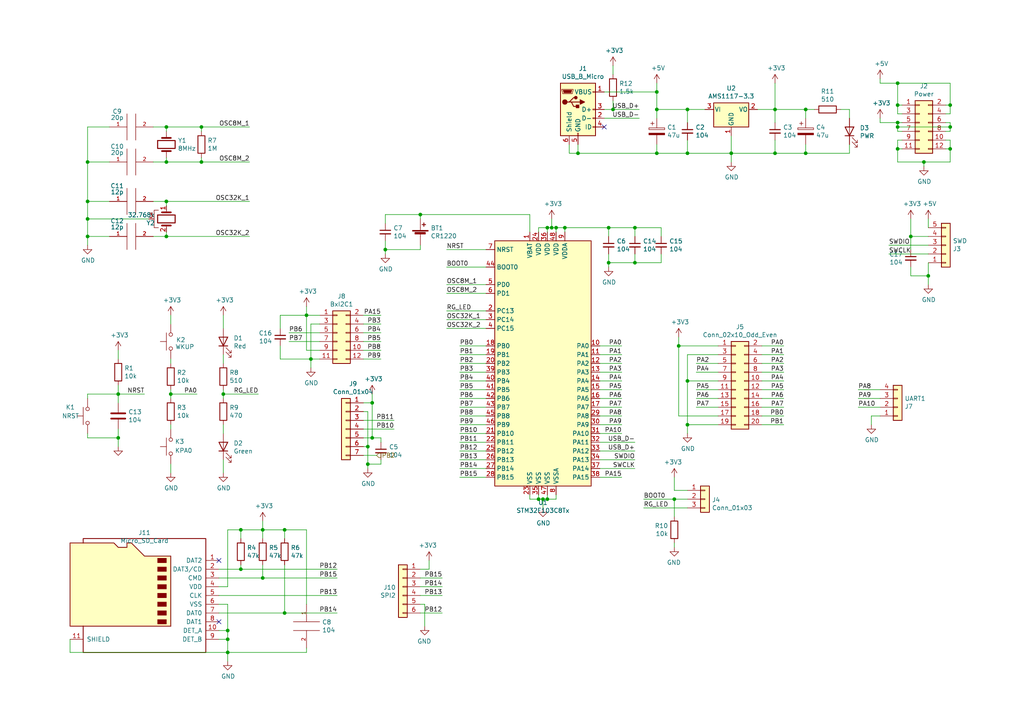
<source format=kicad_sch>
(kicad_sch (version 20211123) (generator eeschema)
  (paper "A4")
  (junction (at 260.35 36.83))
  (junction (at 190.5 26.67))
  (junction (at 66.04 189.23))
  (junction (at 267.97 46.99))
  (junction (at 264.16 68.58))
  (junction (at 190.5 31.75))
  (junction (at 48.26 68.58))
  (junction (at 224.79 44.45))
  (junction (at 69.85 153.67))
  (junction (at 58.42 36.83))
  (junction (at 269.24 80.01))
  (junction (at 260.35 35.56))
  (junction (at 69.85 165.1))
  (junction (at 275.59 36.83))
  (junction (at 184.15 66.04))
  (junction (at 199.39 44.45))
  (junction (at 76.2 153.67))
  (junction (at 111.76 72.39))
  (junction (at 34.29 114.3))
  (junction (at 184.15 76.2))
  (junction (at 48.26 58.42))
  (junction (at 64.77 114.3))
  (junction (at 167.64 44.45))
  (junction (at 233.68 44.45))
  (junction (at 58.42 46.99))
  (junction (at 176.53 76.2))
  (junction (at 34.29 127))
  (junction (at 106.68 134.62))
  (junction (at 233.68 31.75))
  (junction (at 106.68 129.54))
  (junction (at 163.83 66.04))
  (junction (at 25.4 58.42))
  (junction (at 76.2 167.64))
  (junction (at 195.58 144.78))
  (junction (at 25.4 68.58))
  (junction (at 156.21 144.78))
  (junction (at 90.17 104.14))
  (junction (at 176.53 66.04))
  (junction (at 275.59 43.18))
  (junction (at 196.85 100.33))
  (junction (at 275.59 30.48))
  (junction (at 158.75 66.04))
  (junction (at 49.53 114.3))
  (junction (at 25.4 46.99))
  (junction (at 199.39 31.75))
  (junction (at 66.04 185.42))
  (junction (at 160.02 66.04))
  (junction (at 177.8 31.75))
  (junction (at 66.04 182.88))
  (junction (at 260.35 43.18))
  (junction (at 212.09 44.45))
  (junction (at 48.26 36.83))
  (junction (at 190.5 44.45))
  (junction (at 48.26 46.99))
  (junction (at 224.79 31.75))
  (junction (at 158.75 144.78))
  (junction (at 82.55 153.67))
  (junction (at 25.4 63.5))
  (junction (at 199.39 123.19))
  (junction (at 157.48 144.78))
  (junction (at 199.39 110.49))
  (junction (at 107.95 127))
  (junction (at 107.95 116.84))
  (junction (at 161.29 66.04))
  (junction (at 260.35 24.13))
  (junction (at 88.9 91.44))
  (junction (at 121.92 62.23))
  (junction (at 82.55 177.8))
  (junction (at 260.35 30.48))
  (no_connect (at 63.5 180.34))
  (no_connect (at 63.5 162.56))
  (no_connect (at 175.26 36.83))
  (wire (pts (xy 63.5 167.64) (xy 76.2 167.64)))
  (wire (pts (xy 208.28 120.65) (xy 196.85 120.65)))
  (wire (pts (xy 160.02 63.5) (xy 160.02 66.04)))
  (wire (pts (xy 260.35 43.18) (xy 260.35 46.99)))
  (wire (pts (xy 25.4 63.5) (xy 25.4 68.58)))
  (wire (pts (xy 173.99 107.95) (xy 180.34 107.95)))
  (wire (pts (xy 49.53 114.3) (xy 49.53 115.57)))
  (wire (pts (xy 184.15 66.04) (xy 184.15 68.58)))
  (wire (pts (xy 191.77 66.04) (xy 191.77 68.58)))
  (wire (pts (xy 191.77 76.2) (xy 184.15 76.2)))
  (wire (pts (xy 173.99 135.89) (xy 184.15 135.89)))
  (wire (pts (xy 121.92 71.12) (xy 121.92 72.39)))
  (wire (pts (xy 58.42 45.72) (xy 58.42 46.99)))
  (wire (pts (xy 88.9 88.9) (xy 88.9 91.44)))
  (wire (pts (xy 275.59 36.83) (xy 275.59 38.1)))
  (wire (pts (xy 66.04 153.67) (xy 69.85 153.67)))
  (wire (pts (xy 275.59 33.02) (xy 275.59 30.48)))
  (wire (pts (xy 224.79 40.64) (xy 224.79 44.45)))
  (wire (pts (xy 90.17 104.14) (xy 92.71 104.14)))
  (wire (pts (xy 105.41 96.52) (xy 110.49 96.52)))
  (wire (pts (xy 260.35 33.02) (xy 260.35 30.48)))
  (wire (pts (xy 58.42 46.99) (xy 72.39 46.99)))
  (wire (pts (xy 44.45 58.42) (xy 48.26 58.42)))
  (wire (pts (xy 133.35 120.65) (xy 140.97 120.65)))
  (wire (pts (xy 158.75 143.51) (xy 158.75 144.78)))
  (wire (pts (xy 199.39 31.75) (xy 199.39 35.56)))
  (wire (pts (xy 173.99 100.33) (xy 180.34 100.33)))
  (wire (pts (xy 66.04 182.88) (xy 66.04 185.42)))
  (wire (pts (xy 157.48 144.78) (xy 158.75 144.78)))
  (wire (pts (xy 90.17 104.14) (xy 81.28 104.14)))
  (wire (pts (xy 110.49 133.35) (xy 110.49 134.62)))
  (wire (pts (xy 92.71 91.44) (xy 88.9 91.44)))
  (wire (pts (xy 63.5 165.1) (xy 69.85 165.1)))
  (wire (pts (xy 248.92 118.11) (xy 255.27 118.11)))
  (wire (pts (xy 173.99 113.03) (xy 180.34 113.03)))
  (wire (pts (xy 195.58 157.48) (xy 195.58 158.75)))
  (wire (pts (xy 248.92 115.57) (xy 255.27 115.57)))
  (wire (pts (xy 81.28 91.44) (xy 81.28 95.25)))
  (wire (pts (xy 160.02 66.04) (xy 161.29 66.04)))
  (wire (pts (xy 157.48 147.32) (xy 157.48 144.78)))
  (wire (pts (xy 90.17 106.68) (xy 90.17 104.14)))
  (wire (pts (xy 64.77 91.44) (xy 64.77 95.25)))
  (wire (pts (xy 25.4 114.3) (xy 34.29 114.3)))
  (wire (pts (xy 76.2 151.13) (xy 76.2 153.67)))
  (wire (pts (xy 176.53 66.04) (xy 176.53 68.58)))
  (wire (pts (xy 175.26 34.29) (xy 185.42 34.29)))
  (wire (pts (xy 260.35 38.1) (xy 261.62 38.1)))
  (wire (pts (xy 201.93 107.95) (xy 208.28 107.95)))
  (wire (pts (xy 199.39 102.87) (xy 199.39 110.49)))
  (wire (pts (xy 106.68 119.38) (xy 105.41 119.38)))
  (wire (pts (xy 255.27 35.56) (xy 260.35 35.56)))
  (wire (pts (xy 255.27 34.29) (xy 255.27 35.56)))
  (wire (pts (xy 167.64 41.91) (xy 167.64 44.45)))
  (wire (pts (xy 156.21 143.51) (xy 156.21 144.78)))
  (wire (pts (xy 63.5 182.88) (xy 66.04 182.88)))
  (wire (pts (xy 199.39 110.49) (xy 208.28 110.49)))
  (wire (pts (xy 133.35 133.35) (xy 140.97 133.35)))
  (wire (pts (xy 76.2 153.67) (xy 82.55 153.67)))
  (wire (pts (xy 25.4 127) (xy 34.29 127)))
  (wire (pts (xy 264.16 80.01) (xy 269.24 80.01)))
  (wire (pts (xy 111.76 72.39) (xy 111.76 73.66)))
  (wire (pts (xy 212.09 46.99) (xy 212.09 44.45)))
  (wire (pts (xy 260.35 36.83) (xy 260.35 38.1)))
  (wire (pts (xy 34.29 129.54) (xy 34.29 127)))
  (wire (pts (xy 196.85 120.65) (xy 196.85 100.33)))
  (wire (pts (xy 227.33 120.65) (xy 220.98 120.65)))
  (wire (pts (xy 63.5 172.72) (xy 97.79 172.72)))
  (wire (pts (xy 233.68 31.75) (xy 224.79 31.75)))
  (wire (pts (xy 20.32 185.42) (xy 20.32 189.23)))
  (wire (pts (xy 257.81 71.12) (xy 269.24 71.12)))
  (wire (pts (xy 176.53 77.47) (xy 176.53 76.2)))
  (wire (pts (xy 48.26 36.83) (xy 58.42 36.83)))
  (wire (pts (xy 133.35 110.49) (xy 140.97 110.49)))
  (wire (pts (xy 31.75 46.99) (xy 25.4 46.99)))
  (wire (pts (xy 124.46 165.1) (xy 121.92 165.1)))
  (wire (pts (xy 121.92 63.5) (xy 121.92 62.23)))
  (wire (pts (xy 158.75 66.04) (xy 160.02 66.04)))
  (wire (pts (xy 227.33 115.57) (xy 220.98 115.57)))
  (wire (pts (xy 165.1 44.45) (xy 167.64 44.45)))
  (wire (pts (xy 76.2 167.64) (xy 97.79 167.64)))
  (wire (pts (xy 153.67 62.23) (xy 153.67 67.31)))
  (wire (pts (xy 158.75 144.78) (xy 161.29 144.78)))
  (wire (pts (xy 260.35 36.83) (xy 275.59 36.83)))
  (wire (pts (xy 48.26 45.72) (xy 48.26 46.99)))
  (wire (pts (xy 66.04 175.26) (xy 66.04 182.88)))
  (wire (pts (xy 105.41 104.14) (xy 110.49 104.14)))
  (wire (pts (xy 121.92 72.39) (xy 111.76 72.39)))
  (wire (pts (xy 274.32 33.02) (xy 275.59 33.02)))
  (wire (pts (xy 121.92 177.8) (xy 128.27 177.8)))
  (wire (pts (xy 133.35 118.11) (xy 140.97 118.11)))
  (wire (pts (xy 110.49 134.62) (xy 106.68 134.62)))
  (wire (pts (xy 121.92 167.64) (xy 128.27 167.64)))
  (wire (pts (xy 49.53 114.3) (xy 57.15 114.3)))
  (wire (pts (xy 219.71 31.75) (xy 224.79 31.75)))
  (wire (pts (xy 227.33 105.41) (xy 220.98 105.41)))
  (wire (pts (xy 48.26 68.58) (xy 72.39 68.58)))
  (wire (pts (xy 184.15 66.04) (xy 191.77 66.04)))
  (wire (pts (xy 105.41 121.92) (xy 114.3 121.92)))
  (wire (pts (xy 82.55 153.67) (xy 82.55 156.21)))
  (wire (pts (xy 260.35 24.13) (xy 260.35 30.48)))
  (wire (pts (xy 199.39 123.19) (xy 199.39 125.73)))
  (wire (pts (xy 264.16 72.39) (xy 264.16 68.58)))
  (wire (pts (xy 212.09 39.37) (xy 212.09 44.45)))
  (wire (pts (xy 177.8 29.21) (xy 177.8 31.75)))
  (wire (pts (xy 246.38 31.75) (xy 246.38 34.29)))
  (wire (pts (xy 267.97 48.26) (xy 267.97 46.99)))
  (wire (pts (xy 133.35 138.43) (xy 140.97 138.43)))
  (wire (pts (xy 161.29 66.04) (xy 163.83 66.04)))
  (wire (pts (xy 92.71 101.6) (xy 88.9 101.6)))
  (wire (pts (xy 167.64 44.45) (xy 190.5 44.45)))
  (wire (pts (xy 133.35 105.41) (xy 140.97 105.41)))
  (wire (pts (xy 64.77 113.03) (xy 64.77 114.3)))
  (wire (pts (xy 165.1 41.91) (xy 165.1 44.45)))
  (wire (pts (xy 208.28 102.87) (xy 199.39 102.87)))
  (wire (pts (xy 48.26 58.42) (xy 72.39 58.42)))
  (wire (pts (xy 76.2 156.21) (xy 76.2 153.67)))
  (wire (pts (xy 190.5 26.67) (xy 190.5 31.75)))
  (wire (pts (xy 34.29 101.6) (xy 34.29 104.14)))
  (wire (pts (xy 260.35 35.56) (xy 260.35 36.83)))
  (wire (pts (xy 129.54 92.71) (xy 140.97 92.71)))
  (wire (pts (xy 20.32 189.23) (xy 66.04 189.23)))
  (wire (pts (xy 264.16 77.47) (xy 264.16 80.01)))
  (wire (pts (xy 186.69 147.32) (xy 199.39 147.32)))
  (wire (pts (xy 227.33 102.87) (xy 220.98 102.87)))
  (wire (pts (xy 199.39 44.45) (xy 212.09 44.45)))
  (wire (pts (xy 69.85 156.21) (xy 69.85 153.67)))
  (wire (pts (xy 25.4 36.83) (xy 25.4 46.99)))
  (wire (pts (xy 121.92 62.23) (xy 153.67 62.23)))
  (wire (pts (xy 133.35 128.27) (xy 140.97 128.27)))
  (wire (pts (xy 274.32 35.56) (xy 275.59 35.56)))
  (wire (pts (xy 49.53 123.19) (xy 49.53 124.46)))
  (wire (pts (xy 227.33 118.11) (xy 220.98 118.11)))
  (wire (pts (xy 76.2 163.83) (xy 76.2 167.64)))
  (wire (pts (xy 63.5 170.18) (xy 66.04 170.18)))
  (wire (pts (xy 133.35 100.33) (xy 140.97 100.33)))
  (wire (pts (xy 64.77 102.87) (xy 64.77 105.41)))
  (wire (pts (xy 43.18 63.5) (xy 25.4 63.5)))
  (wire (pts (xy 110.49 128.27) (xy 110.49 127)))
  (wire (pts (xy 111.76 62.23) (xy 121.92 62.23)))
  (wire (pts (xy 88.9 101.6) (xy 88.9 91.44)))
  (wire (pts (xy 88.9 91.44) (xy 81.28 91.44)))
  (wire (pts (xy 34.29 116.84) (xy 34.29 114.3)))
  (wire (pts (xy 190.5 31.75) (xy 199.39 31.75)))
  (wire (pts (xy 227.33 123.19) (xy 220.98 123.19)))
  (wire (pts (xy 105.41 127) (xy 107.95 127)))
  (wire (pts (xy 274.32 38.1) (xy 275.59 38.1)))
  (wire (pts (xy 227.33 110.49) (xy 220.98 110.49)))
  (wire (pts (xy 269.24 76.2) (xy 269.24 80.01)))
  (wire (pts (xy 201.93 115.57) (xy 208.28 115.57)))
  (wire (pts (xy 224.79 44.45) (xy 233.68 44.45)))
  (wire (pts (xy 129.54 85.09) (xy 140.97 85.09)))
  (wire (pts (xy 246.38 41.91) (xy 246.38 44.45)))
  (wire (pts (xy 81.28 100.33) (xy 81.28 104.14)))
  (wire (pts (xy 243.84 31.75) (xy 246.38 31.75)))
  (wire (pts (xy 66.04 189.23) (xy 88.9 189.23)))
  (wire (pts (xy 275.59 43.18) (xy 275.59 40.64)))
  (wire (pts (xy 44.45 68.58) (xy 48.26 68.58)))
  (wire (pts (xy 105.41 129.54) (xy 106.68 129.54)))
  (wire (pts (xy 261.62 35.56) (xy 260.35 35.56)))
  (wire (pts (xy 208.28 105.41) (xy 201.93 105.41)))
  (wire (pts (xy 133.35 130.81) (xy 140.97 130.81)))
  (wire (pts (xy 175.26 26.67) (xy 190.5 26.67)))
  (wire (pts (xy 261.62 40.64) (xy 260.35 40.64)))
  (wire (pts (xy 153.67 143.51) (xy 153.67 144.78)))
  (wire (pts (xy 133.35 115.57) (xy 140.97 115.57)))
  (wire (pts (xy 63.5 177.8) (xy 82.55 177.8)))
  (wire (pts (xy 173.99 130.81) (xy 184.15 130.81)))
  (wire (pts (xy 69.85 153.67) (xy 76.2 153.67)))
  (wire (pts (xy 173.99 128.27) (xy 184.15 128.27)))
  (wire (pts (xy 48.26 68.58) (xy 48.26 67.31)))
  (wire (pts (xy 49.53 91.44) (xy 49.53 93.98)))
  (wire (pts (xy 106.68 129.54) (xy 106.68 134.62)))
  (wire (pts (xy 63.5 185.42) (xy 66.04 185.42)))
  (wire (pts (xy 173.99 118.11) (xy 180.34 118.11)))
  (wire (pts (xy 48.26 58.42) (xy 48.26 59.69)))
  (wire (pts (xy 190.5 44.45) (xy 199.39 44.45)))
  (wire (pts (xy 110.49 127) (xy 107.95 127)))
  (wire (pts (xy 105.41 91.44) (xy 110.49 91.44)))
  (wire (pts (xy 88.9 189.23) (xy 88.9 187.96)))
  (wire (pts (xy 156.21 144.78) (xy 157.48 144.78)))
  (wire (pts (xy 275.59 35.56) (xy 275.59 36.83)))
  (wire (pts (xy 44.45 46.99) (xy 48.26 46.99)))
  (wire (pts (xy 105.41 124.46) (xy 114.3 124.46)))
  (wire (pts (xy 90.17 93.98) (xy 92.71 93.98)))
  (wire (pts (xy 176.53 66.04) (xy 184.15 66.04)))
  (wire (pts (xy 260.35 46.99) (xy 267.97 46.99)))
  (wire (pts (xy 233.68 31.75) (xy 233.68 34.29)))
  (wire (pts (xy 208.28 123.19) (xy 199.39 123.19)))
  (wire (pts (xy 195.58 144.78) (xy 195.58 149.86)))
  (wire (pts (xy 107.95 116.84) (xy 107.95 127)))
  (wire (pts (xy 133.35 123.19) (xy 140.97 123.19)))
  (wire (pts (xy 173.99 123.19) (xy 180.34 123.19)))
  (wire (pts (xy 25.4 125.73) (xy 25.4 127)))
  (wire (pts (xy 248.92 113.03) (xy 255.27 113.03)))
  (wire (pts (xy 49.53 134.62) (xy 49.53 137.16)))
  (wire (pts (xy 69.85 163.83) (xy 69.85 165.1)))
  (wire (pts (xy 261.62 43.18) (xy 260.35 43.18)))
  (wire (pts (xy 173.99 102.87) (xy 180.34 102.87)))
  (wire (pts (xy 236.22 31.75) (xy 233.68 31.75)))
  (wire (pts (xy 66.04 170.18) (xy 66.04 153.67)))
  (wire (pts (xy 199.39 144.78) (xy 195.58 144.78)))
  (wire (pts (xy 83.82 96.52) (xy 92.71 96.52)))
  (wire (pts (xy 269.24 63.5) (xy 269.24 66.04)))
  (wire (pts (xy 49.53 104.14) (xy 49.53 105.41)))
  (wire (pts (xy 208.28 100.33) (xy 196.85 100.33)))
  (wire (pts (xy 121.92 175.26) (xy 123.19 175.26)))
  (wire (pts (xy 177.8 31.75) (xy 185.42 31.75)))
  (wire (pts (xy 105.41 101.6) (xy 110.49 101.6)))
  (wire (pts (xy 275.59 30.48) (xy 275.59 24.13)))
  (wire (pts (xy 34.29 127) (xy 34.29 124.46)))
  (wire (pts (xy 105.41 99.06) (xy 110.49 99.06)))
  (wire (pts (xy 173.99 125.73) (xy 180.34 125.73)))
  (wire (pts (xy 175.26 31.75) (xy 177.8 31.75)))
  (wire (pts (xy 105.41 132.08) (xy 109.22 132.08)))
  (wire (pts (xy 252.73 120.65) (xy 255.27 120.65)))
  (wire (pts (xy 158.75 66.04) (xy 158.75 67.31)))
  (wire (pts (xy 156.21 67.31) (xy 156.21 66.04)))
  (wire (pts (xy 58.42 38.1) (xy 58.42 36.83)))
  (wire (pts (xy 260.35 30.48) (xy 261.62 30.48)))
  (wire (pts (xy 173.99 120.65) (xy 180.34 120.65)))
  (wire (pts (xy 111.76 69.85) (xy 111.76 72.39)))
  (wire (pts (xy 233.68 44.45) (xy 233.68 41.91)))
  (wire (pts (xy 107.95 116.84) (xy 105.41 116.84)))
  (wire (pts (xy 105.41 93.98) (xy 110.49 93.98)))
  (wire (pts (xy 58.42 36.83) (xy 72.39 36.83)))
  (wire (pts (xy 64.77 123.19) (xy 64.77 125.73)))
  (wire (pts (xy 173.99 133.35) (xy 184.15 133.35)))
  (wire (pts (xy 173.99 115.57) (xy 180.34 115.57)))
  (wire (pts (xy 34.29 111.76) (xy 34.29 114.3)))
  (wire (pts (xy 264.16 68.58) (xy 269.24 68.58)))
  (wire (pts (xy 66.04 189.23) (xy 66.04 191.77)))
  (wire (pts (xy 153.67 144.78) (xy 156.21 144.78)))
  (wire (pts (xy 25.4 115.57) (xy 25.4 114.3)))
  (wire (pts (xy 63.5 175.26) (xy 66.04 175.26)))
  (wire (pts (xy 64.77 133.35) (xy 64.77 137.16)))
  (wire (pts (xy 82.55 153.67) (xy 88.9 153.67)))
  (wire (pts (xy 106.68 119.38) (xy 106.68 129.54)))
  (wire (pts (xy 69.85 165.1) (xy 97.79 165.1)))
  (wire (pts (xy 66.04 185.42) (xy 66.04 189.23)))
  (wire (pts (xy 129.54 90.17) (xy 140.97 90.17)))
  (wire (pts (xy 111.76 64.77) (xy 111.76 62.23)))
  (wire (pts (xy 133.35 102.87) (xy 140.97 102.87)))
  (wire (pts (xy 264.16 63.5) (xy 264.16 68.58)))
  (wire (pts (xy 190.5 41.91) (xy 190.5 44.45)))
  (wire (pts (xy 275.59 46.99) (xy 275.59 43.18)))
  (wire (pts (xy 255.27 22.86) (xy 255.27 24.13)))
  (wire (pts (xy 195.58 138.43) (xy 195.58 142.24)))
  (wire (pts (xy 252.73 120.65) (xy 252.73 123.19)))
  (wire (pts (xy 31.75 68.58) (xy 25.4 68.58)))
  (wire (pts (xy 25.4 68.58) (xy 25.4 71.12)))
  (wire (pts (xy 129.54 77.47) (xy 140.97 77.47)))
  (wire (pts (xy 199.39 40.64) (xy 199.39 44.45)))
  (wire (pts (xy 133.35 107.95) (xy 140.97 107.95)))
  (wire (pts (xy 196.85 97.79) (xy 196.85 100.33)))
  (wire (pts (xy 227.33 100.33) (xy 220.98 100.33)))
  (wire (pts (xy 156.21 66.04) (xy 158.75 66.04)))
  (wire (pts (xy 269.24 80.01) (xy 269.24 82.55)))
  (wire (pts (xy 176.53 66.04) (xy 163.83 66.04)))
  (wire (pts (xy 257.81 73.66) (xy 269.24 73.66)))
  (wire (pts (xy 274.32 43.18) (xy 275.59 43.18)))
  (wire (pts (xy 227.33 113.03) (xy 220.98 113.03)))
  (wire (pts (xy 260.35 40.64) (xy 260.35 43.18)))
  (wire (pts (xy 195.58 144.78) (xy 186.69 144.78)))
  (wire (pts (xy 161.29 66.04) (xy 161.29 67.31)))
  (wire (pts (xy 49.53 113.03) (xy 49.53 114.3)))
  (wire (pts (xy 44.45 36.83) (xy 48.26 36.83)))
  (wire (pts (xy 90.17 93.98) (xy 90.17 104.14)))
  (wire (pts (xy 48.26 38.1) (xy 48.26 36.83)))
  (wire (pts (xy 199.39 31.75) (xy 204.47 31.75)))
  (wire (pts (xy 31.75 36.83) (xy 25.4 36.83)))
  (wire (pts (xy 25.4 46.99) (xy 25.4 58.42)))
  (wire (pts (xy 129.54 82.55) (xy 140.97 82.55)))
  (wire (pts (xy 82.55 177.8) (xy 97.79 177.8)))
  (wire (pts (xy 161.29 144.78) (xy 161.29 143.51)))
  (wire (pts (xy 121.92 170.18) (xy 128.27 170.18)))
  (wire (pts (xy 173.99 110.49) (xy 180.34 110.49)))
  (wire (pts (xy 121.92 172.72) (xy 128.27 172.72)))
  (wire (pts (xy 163.83 66.04) (xy 163.83 67.31)))
  (wire (pts (xy 173.99 138.43) (xy 180.34 138.43)))
  (wire (pts (xy 133.35 125.73) (xy 140.97 125.73)))
  (wire (pts (xy 190.5 24.13) (xy 190.5 26.67)))
  (wire (pts (xy 25.4 58.42) (xy 25.4 63.5)))
  (wire (pts (xy 212.09 44.45) (xy 224.79 44.45)))
  (wire (pts (xy 88.9 153.67) (xy 88.9 175.26)))
  (wire (pts (xy 184.15 73.66) (xy 184.15 76.2)))
  (wire (pts (xy 123.19 175.26) (xy 123.19 181.61)))
  (wire (pts (xy 227.33 107.95) (xy 220.98 107.95)))
  (wire (pts (xy 177.8 19.05) (xy 177.8 21.59)))
  (wire (pts (xy 133.35 135.89) (xy 140.97 135.89)))
  (wire (pts (xy 176.53 73.66) (xy 176.53 76.2)))
  (wire (pts (xy 275.59 40.64) (xy 274.32 40.64)))
  (wire (pts (xy 106.68 134.62) (xy 106.68 135.89)))
  (wire (pts (xy 173.99 105.41) (xy 180.34 105.41)))
  (wire (pts (xy 267.97 46.99) (xy 275.59 46.99)))
  (wire (pts (xy 201.93 118.11) (xy 208.28 118.11)))
  (wire (pts (xy 133.35 113.03) (xy 140.97 113.03)))
  (wire (pts (xy 190.5 34.29) (xy 190.5 31.75)))
  (wire (pts (xy 184.15 76.2) (xy 176.53 76.2)))
  (wire (pts (xy 201.93 113.03) (xy 208.28 113.03)))
  (wire (pts (xy 261.62 33.02) (xy 260.35 33.02)))
  (wire (pts (xy 34.29 114.3) (xy 41.91 114.3)))
  (wire (pts (xy 275.59 24.13) (xy 260.35 24.13)))
  (wire (pts (xy 64.77 114.3) (xy 74.93 114.3)))
  (wire (pts (xy 124.46 162.56) (xy 124.46 165.1)))
  (wire (pts (xy 48.26 46.99) (xy 58.42 46.99)))
  (wire (pts (xy 199.39 110.49) (xy 199.39 123.19)))
  (wire (pts (xy 64.77 114.3) (xy 64.77 115.57)))
  (wire (pts (xy 224.79 24.13) (xy 224.79 31.75)))
  (wire (pts (xy 31.75 58.42) (xy 25.4 58.42)))
  (wire (pts (xy 199.39 142.24) (xy 195.58 142.24)))
  (wire (pts (xy 82.55 163.83) (xy 82.55 177.8)))
  (wire (pts (xy 246.38 44.45) (xy 233.68 44.45)))
  (wire (pts (xy 129.54 95.25) (xy 140.97 95.25)))
  (wire (pts (xy 83.82 99.06) (xy 92.71 99.06)))
  (wire (pts (xy 274.32 30.48) (xy 275.59 30.48)))
  (wire (pts (xy 107.95 114.3) (xy 107.95 116.84)))
  (wire (pts (xy 224.79 31.75) (xy 224.79 35.56)))
  (wire (pts (xy 129.54 72.39) (xy 140.97 72.39)))
  (wire (pts (xy 191.77 73.66) (xy 191.77 76.2)))
  (wire (pts (xy 255.27 24.13) (xy 260.35 24.13)))
  (label "RG_LED" (at 186.69 147.32 0))
  (label "USB_D+" (at 185.42 31.75 180))
  (label "PA5" (at 180.34 113.03 180))
  (label "PB8" (at 133.35 120.65 0))
  (label "PA15" (at 110.49 91.44 180))
  (label "PA9" (at 180.34 123.19 180))
  (label "PA0" (at 180.34 100.33 180))
  (label "PA2" (at 201.93 105.41 0))
  (label "PB0" (at 133.35 100.33 0))
  (label "PA6" (at 227.33 115.57 180))
  (label "PB14" (at 128.27 170.18 180))
  (label "PA7" (at 201.93 118.11 0))
  (label "BOOT0" (at 129.54 77.47 0))
  (label "OSC8M_2" (at 72.39 46.99 180))
  (label "PA2" (at 227.33 105.41 180))
  (label "PA2" (at 180.34 105.41 180))
  (label "OSC32K_1" (at 72.39 58.42 180))
  (label "PB14" (at 133.35 135.89 0))
  (label "PB12" (at 97.79 165.1 180))
  (label "PA3" (at 227.33 107.95 180))
  (label "PB10" (at 133.35 125.73 0))
  (label "OSC8M_1" (at 72.39 36.83 180))
  (label "SWDIO" (at 257.81 71.12 0))
  (label "PA0" (at 227.33 100.33 180))
  (label "PB11" (at 114.3 121.92 180))
  (label "PB1" (at 227.33 123.19 180))
  (label "PB12" (at 128.27 177.8 180))
  (label "NRST" (at 129.54 72.39 0))
  (label "PA7" (at 227.33 118.11 180))
  (label "PB0" (at 227.33 120.65 180))
  (label "PB15" (at 133.35 138.43 0))
  (label "NRST" (at 41.91 114.3 180))
  (label "PB14" (at 97.79 177.8 180))
  (label "PB4" (at 133.35 110.49 0))
  (label "PB11" (at 133.35 128.27 0))
  (label "PA8" (at 248.92 113.03 0))
  (label "PA8" (at 180.34 120.65 180))
  (label "PB5" (at 110.49 99.06 180))
  (label "PA9" (at 248.92 115.57 0))
  (label "PA5" (at 227.33 113.03 180))
  (label "PA4" (at 201.93 107.95 0))
  (label "PB1" (at 133.35 102.87 0))
  (label "PB10" (at 114.3 124.46 180))
  (label "USB_D-" (at 184.15 128.27 180))
  (label "SWCLK" (at 184.15 135.89 180))
  (label "PA4" (at 227.33 110.49 180))
  (label "PB2" (at 133.35 105.41 0))
  (label "PB5" (at 133.35 113.03 0))
  (label "PB13" (at 97.79 172.72 180))
  (label "PB13" (at 133.35 133.35 0))
  (label "OSC8M_2" (at 129.54 85.09 0))
  (label "SWCLK" (at 257.81 73.66 0))
  (label "PB3" (at 110.49 93.98 180))
  (label "PA1" (at 227.33 102.87 180))
  (label "PB15" (at 97.79 167.64 180))
  (label "USB_D+" (at 184.15 130.81 180))
  (label "PA15" (at 180.34 138.43 180))
  (label "PA10" (at 248.92 118.11 0))
  (label "PB13" (at 128.27 172.72 180))
  (label "OSC32K_1" (at 129.54 92.71 0))
  (label "RG_LED" (at 129.54 90.17 0))
  (label "RG_LED" (at 74.93 114.3 180))
  (label "BOOT0" (at 186.69 144.78 0))
  (label "PB15" (at 128.27 167.64 180))
  (label "PB9" (at 110.49 104.14 180))
  (label "PB7" (at 83.82 99.06 0))
  (label "PB9" (at 133.35 123.19 0))
  (label "PA7" (at 180.34 118.11 180))
  (label "USB_D-" (at 185.42 34.29 180))
  (label "PA3" (at 180.34 107.95 180))
  (label "PA0" (at 57.15 114.3 180))
  (label "OSC32K_2" (at 129.54 95.25 0))
  (label "PA4" (at 180.34 110.49 180))
  (label "PB6" (at 83.82 96.52 0))
  (label "PB8" (at 110.49 101.6 180))
  (label "PA1" (at 180.34 102.87 180))
  (label "PA6" (at 180.34 115.57 180))
  (label "PA10" (at 180.34 125.73 180))
  (label "SWDIO" (at 184.15 133.35 180))
  (label "OSC32K_2" (at 72.39 68.58 180))
  (label "PB3" (at 133.35 107.95 0))
  (label "PB12" (at 133.35 130.81 0))
  (label "OSC8M_1" (at 129.54 82.55 0))
  (label "PB6" (at 133.35 115.57 0))
  (label "PB7" (at 133.35 118.11 0))
  (label "PA6" (at 201.93 115.57 0))
  (label "PA5" (at 201.93 113.03 0))
  (label "PB4" (at 110.49 96.52 180))
  (hierarchical_label "PB2" (shape input) (at 109.22 132.08 0))
  (symbol (lib_id "MCU_ST_STM32F1:STM32F103C8Tx") (at 158.75 105.41 0) (unit 1)
    (property "Reference" "U1" (at 157.48 145.7706 0))
    (property "Value" "STM32F103C8Tx" (at 157.48 148.082 0))
    (property "Footprint" "Package_QFP:LQFP-48_7x7mm_P0.5mm" (effects hide))
    (property "Datasheet" "http://www.st.com/st-web-ui/static/active/en/resource/technical/document/datasheet/CD00161566.pdf" (effects hide))
  )
  (symbol (lib_id "Device:C") (at 34.29 120.65 0) (unit 1)
    (property "Reference" "C13" (at 37.211 119.4816 0) (effects (justify left)))
    (property "Value" "104" (at 37.211 121.793 0) (effects (justify left)))
    (property "Footprint" "Capacitor_SMD:C_0603_1608Metric" (effects hide))
  )
  (symbol (lib_id "Device:R") (at 34.29 107.95 0) (unit 1)
    (property "Reference" "R1" (at 36.068 106.7816 0) (effects (justify left)))
    (property "Value" "10k" (at 36.068 109.093 0) (effects (justify left)))
    (property "Footprint" "Resistor_SMD:R_0603_1608Metric" (effects hide))
  )
  (symbol (lib_id "power:GND") (at 34.29 129.54 0) (unit 1)
    (property "Reference" "#PWR0102" (effects hide))
    (property "Value" "GND" (effects hide))
  )
  (symbol (lib_id "Switch:SW_Push") (at 49.53 129.54 90) (unit 1)
    (property "Reference" "K3" (at 50.7492 128.0668 90) (effects (justify right)))
    (property "Value" "KPA0" (at 50.7492 130.683 90) (effects (justify right)))
    (property "Footprint" "Button_Switch_SMD:SW_Push_SPST_NO_Alps_SKRK" (effects hide))
  )
  (symbol (lib_id "Switch:SW_Push") (at 49.53 99.06 90) (unit 1)
    (property "Reference" "K2" (at 51.0794 98.5774 90) (effects (justify right)))
    (property "Value" "WKUP" (at 53.594 100.584 90))
    (property "Footprint" "Button_Switch_SMD:SW_Push_SPST_NO_Alps_SKRK" (effects hide))
  )
  (symbol (lib_id "Device:R") (at 49.53 109.22 0) (unit 1)
    (property "Reference" "R2" (at 51.308 108.0516 0) (effects (justify left)))
    (property "Value" "10k" (at 51.308 110.363 0) (effects (justify left)))
    (property "Footprint" "Resistor_SMD:R_0603_1608Metric" (effects hide))
  )
  (symbol (lib_id "Device:R") (at 49.53 119.38 0) (unit 1)
    (property "Reference" "R3" (at 51.308 118.2116 0) (effects (justify left)))
    (property "Value" "10k" (at 51.308 120.523 0) (effects (justify left)))
    (property "Footprint" "Resistor_SMD:R_0603_1608Metric" (effects hide))
  )
  (symbol (lib_id "power:GND") (at 49.53 137.16 0) (unit 1)
    (property "Reference" "#PWR0103" (effects hide))
    (property "Value" "GND" (at 49.657 141.5542 0))
  )
  (symbol (lib_id "Switch:SW_Push") (at 25.4 120.65 90) (unit 1)
    (property "Reference" "K1" (at 19.05 118.11 90) (effects (justify right)))
    (property "Value" "NRST" (at 20.4724 120.65 90))
    (property "Footprint" "Button_Switch_SMD:SW_Push_SPST_NO_Alps_SKRK" (effects hide))
  )
  (symbol (lib_id "Device:Crystal_GND3") (at 48.26 63.5 270) (unit 1)
    (property "Reference" "Y2" (at 44.9326 64.6684 90) (effects (justify right)))
    (property "Value" "32.768k" (at 44.9326 62.357 90) (effects (justify right)))
    (property "Footprint" "Crystal:Crystal_DS26_D2.0mm_L6.0mm_Horizontal_1EP_style1" (effects hide))
  )
  (symbol (lib_id "Device:Crystal") (at 48.26 41.91 90) (unit 1)
    (property "Reference" "Y1" (at 51.5874 40.7416 90) (effects (justify right)))
    (property "Value" "8MHz" (at 51.5874 43.053 90) (effects (justify right)))
    (property "Footprint" "Crystal:Crystal_SMD_HC49-SD" (effects hide))
  )
  (symbol (lib_id "pspice:CAP") (at 38.1 36.83 90) (unit 1)
    (property "Reference" "C9" (at 33.9852 31.5976 90) (effects (justify bottom)))
    (property "Value" "20p" (at 33.9852 34.1122 90))
    (property "Footprint" "Capacitor_SMD:C_0603_1608Metric" (effects hide))
  )
  (symbol (lib_id "power:GND") (at 25.4 71.12 0) (unit 1)
    (property "Reference" "#PWR0105" (effects hide))
    (property "Value" "GND" (at 25.527 75.5142 0))
  )
  (symbol (lib_id "Device:R") (at 58.42 41.91 0) (unit 1)
    (property "Reference" "R7" (at 60.198 40.7416 0) (effects (justify left)))
    (property "Value" "1M" (at 60.198 43.053 0) (effects (justify left)))
    (property "Footprint" "Resistor_SMD:R_0603_1608Metric" (effects hide))
  )
  (symbol (lib_id "pspice:CAP") (at 38.1 46.99 90) (unit 1)
    (property "Reference" "C10" (at 33.9852 41.7576 90) (effects (justify bottom)))
    (property "Value" "20p" (at 33.9852 44.2722 90))
    (property "Footprint" "Capacitor_SMD:C_0603_1608Metric" (effects hide))
  )
  (symbol (lib_id "pspice:CAP") (at 38.1 58.42 90) (unit 1)
    (property "Reference" "C11" (at 33.9852 53.1876 90) (effects (justify bottom)))
    (property "Value" "12p" (at 33.9852 55.7022 90))
    (property "Footprint" "Capacitor_SMD:C_0603_1608Metric" (effects hide))
  )
  (symbol (lib_id "pspice:CAP") (at 38.1 68.58 90) (unit 1)
    (property "Reference" "C12" (at 33.9852 63.3476 90) (effects (justify bottom)))
    (property "Value" "12p" (at 33.9852 65.8622 90))
    (property "Footprint" "Capacitor_SMD:C_0603_1608Metric" (effects hide))
  )
  (symbol (lib_id "Regulator_Linear:AMS1117-3.3") (at 212.09 31.75 0) (unit 1)
    (property "Reference" "U2" (at 212.09 25.6032 0))
    (property "Value" "AMS1117-3.3" (at 212.09 27.9146 0))
    (property "Footprint" "Package_TO_SOT_SMD:SOT-223-3_TabPin2" (effects hide))
    (property "Datasheet" "http://www.advanced-monolithic.com/pdf/ds1117.pdf" (effects hide))
  )
  (symbol (lib_id "Connector:Micro_SD_Card_Det") (at 40.64 172.72 0) (mirror y) (unit 1)
    (property "Reference" "J11" (at 41.91 154.5082 0))
    (property "Value" "Micro_SD_Card" (at 41.91 156.8196 0))
    (property "Footprint" "Connector_Card:microSD_HC_Hirose_DM3BT-DSF-PEJS" (effects hide))
    (property "Datasheet" "http://katalog.we-online.de/em/datasheet/693072010801.pdf" (effects hide))
  )
  (symbol (lib_id "Device:C_Small") (at 111.76 67.31 0) (unit 1)
    (property "Reference" "C7" (at 114.0968 66.1416 0) (effects (justify left)))
    (property "Value" "104" (at 114.0968 68.453 0) (effects (justify left)))
    (property "Footprint" "Capacitor_SMD:C_0603_1608Metric" (effects hide))
  )
  (symbol (lib_id "power:+3V3") (at 196.85 97.79 0) (unit 1)
    (property "Reference" "#PWR0134" (effects hide))
    (property "Value" "+3V3" (at 197.231 93.3958 0))
  )
  (symbol (lib_id "Device:R") (at 69.85 160.02 0) (unit 1)
    (property "Reference" "R4" (at 71.628 158.8516 0) (effects (justify left)))
    (property "Value" "47k" (at 71.628 161.163 0) (effects (justify left)))
    (property "Footprint" "Resistor_SMD:R_0603_1608Metric" (effects hide))
  )
  (symbol (lib_id "Device:R") (at 76.2 160.02 0) (unit 1)
    (property "Reference" "R5" (at 77.978 158.8516 0) (effects (justify left)))
    (property "Value" "47k" (at 77.978 161.163 0) (effects (justify left)))
    (property "Footprint" "Resistor_SMD:R_0603_1608Metric" (effects hide))
  )
  (symbol (lib_id "Device:R") (at 82.55 160.02 0) (unit 1)
    (property "Reference" "R6" (at 84.328 158.8516 0) (effects (justify left)))
    (property "Value" "47k" (at 84.328 161.163 0) (effects (justify left)))
    (property "Footprint" "Resistor_SMD:R_0603_1608Metric" (effects hide))
  )
  (symbol (lib_id "power:+3V3") (at 76.2 151.13 0) (unit 1)
    (property "Reference" "#PWR0106" (effects hide))
    (property "Value" "+3V3" (at 76.581 146.7358 0))
  )
  (symbol (lib_id "power:GND") (at 66.04 191.77 0) (unit 1)
    (property "Reference" "#PWR0107" (effects hide))
    (property "Value" "GND" (at 66.167 196.1642 0))
  )
  (symbol (lib_id "1-rescue:+3.3V-power") (at 195.58 138.43 0) (mirror y) (unit 1)
    (property "Reference" "#PWR0119" (effects hide))
    (property "Value" "+3.3V" (at 195.199 134.0358 0))
  )
  (symbol (lib_id "Device:C_Small") (at 110.49 130.81 0) (unit 1)
    (property "Reference" "C5" (at 112.8268 129.6416 0) (effects (justify left)))
    (property "Value" "104" (at 112.8268 131.953 0) (effects (justify left)))
    (property "Footprint" "Capacitor_SMD:C_0603_1608Metric" (effects hide))
  )
  (symbol (lib_id "pspice:C") (at 88.9 181.61 0) (unit 1)
    (property "Reference" "C8" (at 93.4212 180.4416 0) (effects (justify left)))
    (property "Value" "104" (at 93.4212 182.753 0) (effects (justify left)))
    (property "Footprint" "Capacitor_SMD:C_0603_1608Metric" (effects hide))
  )
  (symbol (lib_id "power:GND") (at 199.39 125.73 0) (unit 1)
    (property "Reference" "#PWR0121" (effects hide))
    (property "Value" "GND" (at 199.517 130.1242 0))
  )
  (symbol (lib_id "Device:C_Small") (at 176.53 71.12 0) (unit 1)
    (property "Reference" "C6" (at 178.8668 69.9516 0) (effects (justify left)))
    (property "Value" "104" (at 178.8668 72.263 0) (effects (justify left)))
    (property "Footprint" "Capacitor_SMD:C_0603_1608Metric" (effects hide))
  )
  (symbol (lib_id "Device:LED") (at 246.38 38.1 90) (unit 1)
    (property "Reference" "D3" (at 249.3772 37.1094 90) (effects (justify right)))
    (property "Value" "PWR" (at 249.3772 39.4208 90) (effects (justify right)))
    (property "Footprint" "LED_SMD:LED_0603_1608Metric" (effects hide))
  )
  (symbol (lib_id "Device:LED") (at 64.77 99.06 90) (unit 1)
    (property "Reference" "D1" (at 67.7418 98.0694 90) (effects (justify right)))
    (property "Value" "Red" (at 67.7418 100.3808 90) (effects (justify right)))
    (property "Footprint" "LED_SMD:LED_0603_1608Metric" (effects hide))
  )
  (symbol (lib_id "Device:LED") (at 64.77 129.54 90) (unit 1)
    (property "Reference" "D2" (at 67.7418 128.5494 90) (effects (justify right)))
    (property "Value" "Green" (at 67.7418 130.8608 90) (effects (justify right)))
    (property "Footprint" "LED_SMD:LED_0603_1608Metric" (effects hide))
  )
  (symbol (lib_id "power:GND") (at 176.53 77.47 0) (unit 1)
    (property "Reference" "#PWR0133" (effects hide))
    (property "Value" "GND" (at 176.657 81.8642 0))
  )
  (symbol (lib_id "power:+3V3") (at 49.53 91.44 0) (unit 1)
    (property "Reference" "#PWR0101" (effects hide))
    (property "Value" "+3V3" (at 49.911 87.0458 0))
  )
  (symbol (lib_id "power:+3V3") (at 34.29 101.6 0) (unit 1)
    (property "Reference" "#PWR0104" (effects hide))
    (property "Value" "+3V3" (at 34.671 97.2058 0))
  )
  (symbol (lib_id "Device:R") (at 64.77 109.22 0) (unit 1)
    (property "Reference" "R8" (at 66.548 108.0516 0) (effects (justify left)))
    (property "Value" "510" (at 66.548 110.363 0) (effects (justify left)))
    (property "Footprint" "Resistor_SMD:R_0603_1608Metric" (effects hide))
  )
  (symbol (lib_id "Device:R") (at 64.77 119.38 0) (unit 1)
    (property "Reference" "R9" (at 66.548 118.2116 0) (effects (justify left)))
    (property "Value" "470" (at 66.548 120.523 0) (effects (justify left)))
    (property "Footprint" "Resistor_SMD:R_0603_1608Metric" (effects hide))
  )
  (symbol (lib_id "power:GND") (at 64.77 137.16 0) (unit 1)
    (property "Reference" "#PWR0108" (effects hide))
    (property "Value" "GND" (at 64.897 141.5542 0))
  )
  (symbol (lib_id "power:+3V3") (at 64.77 91.44 0) (unit 1)
    (property "Reference" "#PWR0109" (effects hide))
    (property "Value" "+3V3" (at 65.151 87.0458 0))
  )
  (symbol (lib_id "Device:R") (at 240.03 31.75 90) (unit 1)
    (property "Reference" "R11" (at 240.03 26.4922 90))
    (property "Value" "510" (at 240.03 28.8036 90))
    (property "Footprint" "Resistor_SMD:R_0603_1608Metric" (effects hide))
  )
  (symbol (lib_id "1-rescue:USB_B_Micro-Connector-1-rescue") (at 167.64 31.75 0) (unit 1)
    (property "Reference" "J1" (at 169.0878 19.8882 0))
    (property "Value" "USB_B_Micro" (at 169.0878 22.1996 0))
    (property "Footprint" "Connector_USB:USB_Micro-B_GCT_USB3076-30-A" (effects hide))
  )
  (symbol (lib_id "power:GND") (at 267.97 48.26 0) (unit 1)
    (property "Reference" "#PWR0115" (effects hide))
    (property "Value" "GND" (at 268.097 52.6542 0))
  )
  (symbol (lib_id "Connector_Generic:Conn_02x06_Odd_Even") (at 97.79 96.52 0) (unit 1)
    (property "Reference" "J8" (at 99.06 85.9282 0))
    (property "Value" "BxI2C1" (at 99.06 88.2396 0))
    (property "Footprint" "Connector_PinHeader_2.54mm:PinHeader_2x06_P2.54mm_Vertical" (effects hide))
  )
  (symbol (lib_id "1-rescue:CP-Device") (at 190.5 38.1 0) (unit 1)
    (property "Reference" "C1" (at 193.4972 36.9316 0) (effects (justify left)))
    (property "Value" "47u" (at 193.4972 39.243 0) (effects (justify left)))
    (property "Footprint" "Capacitor_SMD:C_1206_3216Metric" (effects hide))
  )
  (symbol (lib_id "Device:C_Small") (at 199.39 38.1 0) (unit 1)
    (property "Reference" "C2" (at 201.7268 36.9316 0) (effects (justify left)))
    (property "Value" "104" (at 201.7268 39.243 0) (effects (justify left)))
    (property "Footprint" "Capacitor_SMD:C_0603_1608Metric" (effects hide))
  )
  (symbol (lib_id "Device:C_Small") (at 224.79 38.1 0) (unit 1)
    (property "Reference" "C3" (at 227.1268 36.9316 0) (effects (justify left)))
    (property "Value" "104" (at 227.1268 39.243 0) (effects (justify left)))
    (property "Footprint" "Capacitor_SMD:C_0603_1608Metric" (effects hide))
  )
  (symbol (lib_id "Connector_Generic:Conn_01x03") (at 204.47 144.78 0) (unit 1)
    (property "Reference" "J4" (at 206.502 144.9832 0) (effects (justify left)))
    (property "Value" "Conn_01x03" (at 206.502 147.2946 0) (effects (justify left)))
    (property "Footprint" "Connector_PinHeader_2.54mm:PinHeader_1x03_P2.54mm_Vertical" (effects hide))
  )
  (symbol (lib_id "1-rescue:CP-Device") (at 233.68 38.1 0) (unit 1)
    (property "Reference" "C4" (at 236.6772 36.9316 0) (effects (justify left)))
    (property "Value" "47u" (at 236.6772 39.243 0) (effects (justify left)))
    (property "Footprint" "Capacitor_SMD:C_1206_3216Metric" (effects hide))
  )
  (symbol (lib_id "power:GND") (at 212.09 46.99 0) (unit 1)
    (property "Reference" "#PWR0110" (effects hide))
    (property "Value" "GND" (at 212.217 51.3842 0))
  )
  (symbol (lib_id "Connector_Generic:Conn_01x07") (at 100.33 124.46 0) (mirror y) (unit 1)
    (property "Reference" "J9" (at 102.4128 111.3282 0))
    (property "Value" "Conn_01x04" (at 102.4128 113.6396 0))
    (property "Footprint" "Connector_PinSocket_2.54mm:PinSocket_1x07_P2.54mm_Vertical" (effects hide))
  )
  (symbol (lib_id "power:+3V3") (at 224.79 24.13 0) (unit 1)
    (property "Reference" "#PWR0111" (effects hide))
    (property "Value" "+3V3" (at 225.171 19.7358 0))
  )
  (symbol (lib_id "power:+5V") (at 190.5 24.13 0) (unit 1)
    (property "Reference" "#PWR0112" (effects hide))
    (property "Value" "+5V" (at 190.881 19.7358 0))
  )
  (symbol (lib_id "Connector_Generic:Conn_02x06_Odd_Even") (at 266.7 35.56 0) (unit 1)
    (property "Reference" "J2" (at 267.97 24.9682 0))
    (property "Value" "Power" (at 267.97 27.2796 0))
    (property "Footprint" "Connector_PinHeader_2.54mm:PinHeader_2x06_P2.54mm_Vertical" (effects hide))
  )
  (symbol (lib_id "power:+3V3") (at 255.27 34.29 0) (unit 1)
    (property "Reference" "#PWR0113" (effects hide))
    (property "Value" "+3V3" (at 255.651 29.8958 0))
  )
  (symbol (lib_id "power:+5V") (at 255.27 22.86 0) (unit 1)
    (property "Reference" "#PWR0114" (effects hide))
    (property "Value" "+5V" (at 255.651 18.4658 0))
  )
  (symbol (lib_id "Device:C_Small") (at 184.15 71.12 0) (unit 1)
    (property "Reference" "C14" (at 186.4868 69.9516 0) (effects (justify left)))
    (property "Value" "104" (at 186.4868 72.263 0) (effects (justify left)))
    (property "Footprint" "Capacitor_SMD:C_0603_1608Metric" (effects hide))
  )
  (symbol (lib_id "Device:C_Small") (at 191.77 71.12 0) (unit 1)
    (property "Reference" "C15" (at 194.1068 69.9516 0) (effects (justify left)))
    (property "Value" "104" (at 194.1068 72.263 0) (effects (justify left)))
    (property "Footprint" "Capacitor_SMD:C_0603_1608Metric" (effects hide))
  )
  (symbol (lib_id "Connector_Generic:Conn_02x10_Odd_Even") (at 213.36 110.49 0) (unit 1)
    (property "Reference" "J5" (at 214.63 94.8182 0))
    (property "Value" "Conn_02x10_Odd_Even" (at 214.63 97.1296 0))
    (property "Footprint" "Connector_PinHeader_2.54mm:PinHeader_2x10_P2.54mm_Vertical" (effects hide))
  )
  (symbol (lib_id "Connector_Generic:Conn_01x05") (at 274.32 71.12 0) (mirror x) (unit 1)
    (property "Reference" "J3" (at 276.352 72.1868 0) (effects (justify left)))
    (property "Value" "SWD" (at 276.352 69.8754 0) (effects (justify left)))
    (property "Footprint" "Connector_PinHeader_2.54mm:PinHeader_1x05_P2.54mm_Horizontal" (effects hide))
  )
  (symbol (lib_id "power:GND") (at 269.24 82.55 0) (unit 1)
    (property "Reference" "#PWR0116" (effects hide))
    (property "Value" "GND" (at 269.367 86.9442 0))
  )
  (symbol (lib_id "power:+3V3") (at 264.16 63.5 0) (unit 1)
    (property "Reference" "#PWR0117" (effects hide))
    (property "Value" "+3V3" (at 264.541 59.1058 0))
  )
  (symbol (lib_id "power:+5V") (at 269.24 63.5 0) (unit 1)
    (property "Reference" "#PWR0118" (effects hide))
    (property "Value" "+5V" (at 269.621 59.1058 0))
  )
  (symbol (lib_id "Device:C_Small") (at 81.28 97.79 0) (mirror y) (unit 1)
    (property "Reference" "C16" (at 78.9432 96.6216 0) (effects (justify left)))
    (property "Value" "104" (at 78.9432 98.933 0) (effects (justify left)))
    (property "Footprint" "Capacitor_SMD:C_0603_1608Metric" (effects hide))
  )
  (symbol (lib_id "Connector_Generic:Conn_01x04") (at 260.35 118.11 0) (mirror x) (unit 1)
    (property "Reference" "J7" (at 262.382 117.9068 0) (effects (justify left)))
    (property "Value" "UART1" (at 262.382 115.5954 0) (effects (justify left)))
    (property "Footprint" "Connector_PinHeader_2.54mm:PinHeader_1x04_P2.54mm_Vertical" (effects hide))
  )
  (symbol (lib_id "power:GND") (at 252.73 123.19 0) (unit 1)
    (property "Reference" "#PWR0122" (effects hide))
    (property "Value" "GND" (at 252.857 127.5842 0))
  )
  (symbol (lib_id "Device:R") (at 177.8 25.4 0) (unit 1)
    (property "Reference" "R12" (at 179.578 24.2316 0) (effects (justify left)))
    (property "Value" "1.5k" (at 179.578 26.543 0) (effects (justify left)))
    (property "Footprint" "Resistor_SMD:R_0603_1608Metric" (effects hide))
  )
  (symbol (lib_id "power:+3V3") (at 177.8 19.05 0) (unit 1)
    (property "Reference" "#PWR0136" (effects hide))
    (property "Value" "+3V3" (at 178.181 14.6558 0))
  )
  (symbol (lib_id "Device:C_Small") (at 264.16 74.93 0) (mirror y) (unit 1)
    (property "Reference" "C17" (at 261.8232 73.7616 0) (effects (justify left)))
    (property "Value" "104" (at 261.8232 76.073 0) (effects (justify left)))
    (property "Footprint" "Capacitor_SMD:C_0603_1608Metric" (effects hide))
  )
  (symbol (lib_id "Connector_Generic:Conn_01x06") (at 116.84 170.18 0) (mirror y) (unit 1)
    (property "Reference" "J10" (at 114.808 170.3832 0) (effects (justify left)))
    (property "Value" "SPI2" (at 114.808 172.6946 0) (effects (justify left)))
    (property "Footprint" "Connector_PinSocket_2.54mm:PinSocket_1x06_P2.54mm_Vertical" (effects hide))
  )
  (symbol (lib_id "power:GND") (at 123.19 181.61 0) (mirror y) (unit 1)
    (property "Reference" "#PWR0124" (effects hide))
    (property "Value" "GND" (at 123.063 186.0042 0))
  )
  (symbol (lib_id "power:+3V3") (at 124.46 162.56 0) (mirror y) (unit 1)
    (property "Reference" "#PWR0120" (effects hide))
    (property "Value" "+3V3" (at 124.079 158.1658 0))
  )
  (symbol (lib_id "power:+3V3") (at 88.9 88.9 0) (unit 1)
    (property "Reference" "#PWR0126" (effects hide))
    (property "Value" "+3V3" (at 89.281 84.5058 0))
  )
  (symbol (lib_id "power:GND") (at 90.17 106.68 0) (unit 1)
    (property "Reference" "#PWR0125" (effects hide))
    (property "Value" "GND" (at 90.297 111.0742 0))
  )
  (symbol (lib_id "Device:R") (at 195.58 153.67 0) (mirror y) (unit 1)
    (property "Reference" "R10" (at 193.802 152.5016 0) (effects (justify left)))
    (property "Value" "10k" (at 193.802 154.813 0) (effects (justify left)))
    (property "Footprint" "Resistor_SMD:R_0603_1608Metric" (effects hide))
  )
  (symbol (lib_id "power:GND") (at 195.58 158.75 0) (mirror y) (unit 1)
    (property "Reference" "#PWR0127" (effects hide))
    (property "Value" "GND" (at 195.453 163.1442 0))
  )
  (symbol (lib_id "power:GND") (at 106.68 135.89 0) (unit 1)
    (property "Reference" "#PWR0128" (effects hide))
    (property "Value" "GND" (at 106.807 140.2842 0))
  )
  (symbol (lib_id "power:+3V3") (at 107.95 114.3 0) (unit 1)
    (property "Reference" "#PWR0129" (effects hide))
    (property "Value" "+3V3" (at 108.331 109.9058 0))
  )
  (symbol (lib_id "power:GND") (at 157.48 147.32 0) (unit 1)
    (property "Reference" "#PWR0130" (effects hide))
    (property "Value" "GND" (at 157.607 151.7142 0))
  )
  (symbol (lib_id "1-rescue:+3.3V-power") (at 160.02 63.5 0) (unit 1)
    (property "Reference" "#PWR0131" (effects hide))
    (property "Value" "+3.3V" (at 160.401 59.1058 0))
  )
  (symbol (lib_id "Device:Battery_Cell") (at 121.92 68.58 0) (unit 1)
    (property "Reference" "BT1" (at 124.9172 66.1416 0) (effects (justify left)))
    (property "Value" "CR1220" (at 124.9172 68.453 0) (effects (justify left)))
    (property "Footprint" "Battery:BatteryHolder_Keystone_3001_1x12mm" (effects hide))
  )
  (symbol (lib_id "power:GND") (at 111.76 73.66 0) (unit 1)
    (property "Reference" "#PWR0132" (effects hide))
    (property "Value" "GND" (at 111.887 78.0542 0))
  )
)
</source>
